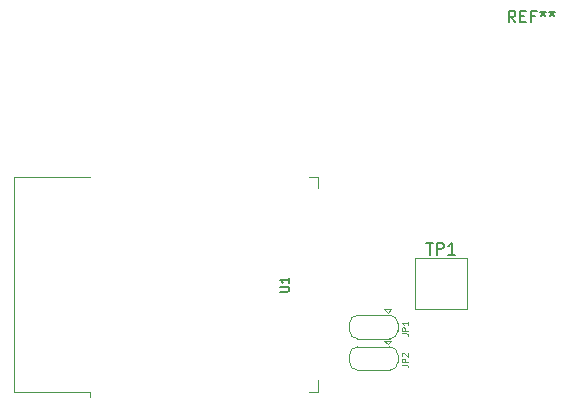
<source format=gbr>
%TF.GenerationSoftware,KiCad,Pcbnew,(6.0.0)*%
%TF.CreationDate,2022-03-11T17:00:34+01:00*%
%TF.ProjectId,CompactMotor,436f6d70-6163-4744-9d6f-746f722e6b69,rev?*%
%TF.SameCoordinates,Original*%
%TF.FileFunction,Legend,Top*%
%TF.FilePolarity,Positive*%
%FSLAX46Y46*%
G04 Gerber Fmt 4.6, Leading zero omitted, Abs format (unit mm)*
G04 Created by KiCad (PCBNEW (6.0.0)) date 2022-03-11 17:00:34*
%MOMM*%
%LPD*%
G01*
G04 APERTURE LIST*
%ADD10C,0.150000*%
%ADD11C,0.125000*%
%ADD12C,0.120000*%
G04 APERTURE END LIST*
D10*
%TO.C,*%
%TO.C, *%
D11*
%TO.C,JP2*%
X19538190Y-27467666D02*
X19895333Y-27467666D01*
X19966761Y-27491476D01*
X20014380Y-27539095D01*
X20038190Y-27610523D01*
X20038190Y-27658142D01*
X20038190Y-27229571D02*
X19538190Y-27229571D01*
X19538190Y-27039095D01*
X19562000Y-26991476D01*
X19585809Y-26967666D01*
X19633428Y-26943857D01*
X19704857Y-26943857D01*
X19752476Y-26967666D01*
X19776285Y-26991476D01*
X19800095Y-27039095D01*
X19800095Y-27229571D01*
X19585809Y-26753380D02*
X19562000Y-26729571D01*
X19538190Y-26681952D01*
X19538190Y-26562904D01*
X19562000Y-26515285D01*
X19585809Y-26491476D01*
X19633428Y-26467666D01*
X19681047Y-26467666D01*
X19752476Y-26491476D01*
X20038190Y-26777190D01*
X20038190Y-26467666D01*
D10*
%TO.C, *%
%TO.C,*%
%TO.C,  *%
%TO.C,*%
%TO.C,TP1*%
X21598095Y-17128380D02*
X22169523Y-17128380D01*
X21883809Y-18128380D02*
X21883809Y-17128380D01*
X22502857Y-18128380D02*
X22502857Y-17128380D01*
X22883809Y-17128380D01*
X22979047Y-17176000D01*
X23026666Y-17223619D01*
X23074285Y-17318857D01*
X23074285Y-17461714D01*
X23026666Y-17556952D01*
X22979047Y-17604571D01*
X22883809Y-17652190D01*
X22502857Y-17652190D01*
X24026666Y-18128380D02*
X23455238Y-18128380D01*
X23740952Y-18128380D02*
X23740952Y-17128380D01*
X23645714Y-17271238D01*
X23550476Y-17366476D01*
X23455238Y-17414095D01*
%TO.C, *%
%TO.C,*%
%TO.C,REF\u002A\u002A*%
X29146666Y1523619D02*
X28813333Y1999809D01*
X28575238Y1523619D02*
X28575238Y2523619D01*
X28956190Y2523619D01*
X29051428Y2476000D01*
X29099047Y2428380D01*
X29146666Y2333142D01*
X29146666Y2190285D01*
X29099047Y2095047D01*
X29051428Y2047428D01*
X28956190Y1999809D01*
X28575238Y1999809D01*
X29575238Y2047428D02*
X29908571Y2047428D01*
X30051428Y1523619D02*
X29575238Y1523619D01*
X29575238Y2523619D01*
X30051428Y2523619D01*
X30813333Y2047428D02*
X30480000Y2047428D01*
X30480000Y1523619D02*
X30480000Y2523619D01*
X30956190Y2523619D01*
X31480000Y2523619D02*
X31480000Y2285523D01*
X31241904Y2380761D02*
X31480000Y2285523D01*
X31718095Y2380761D01*
X31337142Y2095047D02*
X31480000Y2285523D01*
X31622857Y2095047D01*
X32241904Y2523619D02*
X32241904Y2285523D01*
X32003809Y2380761D02*
X32241904Y2285523D01*
X32480000Y2380761D01*
X32099047Y2095047D02*
X32241904Y2285523D01*
X32384761Y2095047D01*
%TO.C,U1*%
X9241285Y-21272428D02*
X9848428Y-21272428D01*
X9919857Y-21236714D01*
X9955571Y-21201000D01*
X9991285Y-21129571D01*
X9991285Y-20986714D01*
X9955571Y-20915285D01*
X9919857Y-20879571D01*
X9848428Y-20843857D01*
X9241285Y-20843857D01*
X9991285Y-20093857D02*
X9991285Y-20522428D01*
X9991285Y-20308142D02*
X9241285Y-20308142D01*
X9348428Y-20379571D01*
X9419857Y-20451000D01*
X9455571Y-20522428D01*
D11*
%TO.C,JP1*%
X19538190Y-24800666D02*
X19895333Y-24800666D01*
X19966761Y-24824476D01*
X20014380Y-24872095D01*
X20038190Y-24943523D01*
X20038190Y-24991142D01*
X20038190Y-24562571D02*
X19538190Y-24562571D01*
X19538190Y-24372095D01*
X19562000Y-24324476D01*
X19585809Y-24300666D01*
X19633428Y-24276857D01*
X19704857Y-24276857D01*
X19752476Y-24300666D01*
X19776285Y-24324476D01*
X19800095Y-24372095D01*
X19800095Y-24562571D01*
X20038190Y-23800666D02*
X20038190Y-24086380D01*
X20038190Y-23943523D02*
X19538190Y-23943523D01*
X19609619Y-23991142D01*
X19657238Y-24038761D01*
X19681047Y-24086380D01*
D10*
%TO.C,*%
D12*
%TO.C,JP2*%
X19195000Y-26624000D02*
X19195000Y-27224000D01*
X18345000Y-25724000D02*
X18045000Y-25424000D01*
X15745000Y-25924000D02*
X18545000Y-25924000D01*
X18345000Y-25724000D02*
X18645000Y-25424000D01*
X18645000Y-25424000D02*
X18045000Y-25424000D01*
X15095000Y-27224000D02*
X15095000Y-26624000D01*
X18545000Y-27924000D02*
X15745000Y-27924000D01*
X15795000Y-25924000D02*
G75*
G03*
X15095000Y-26624000I-1J-699999D01*
G01*
X19195000Y-26624000D02*
G75*
G03*
X18495000Y-25924000I-699999J1D01*
G01*
X18495000Y-27924000D02*
G75*
G03*
X19195000Y-27224000I1J699999D01*
G01*
X15095000Y-27224000D02*
G75*
G03*
X15795000Y-27924000I699999J-1D01*
G01*
%TO.C,TP1*%
X25060000Y-18374000D02*
X25060000Y-22774000D01*
X20660000Y-22774000D02*
X20660000Y-18374000D01*
X20660000Y-18374000D02*
X25060000Y-18374000D01*
X25060000Y-22774000D02*
X20660000Y-22774000D01*
%TO.C,U1*%
X-13282000Y-29770000D02*
X-13282000Y-11530000D01*
X-13282000Y-11530000D02*
X-6862000Y-11530000D01*
X11683000Y-11530000D02*
X12463000Y-11530000D01*
X12463000Y-11530000D02*
X12463000Y-12530000D01*
X12463000Y-29770000D02*
X12463000Y-28770000D01*
X-6862000Y-29770000D02*
X-6862000Y-30150000D01*
X-13282000Y-29770000D02*
X-6862000Y-29770000D01*
X11683000Y-29770000D02*
X12463000Y-29770000D01*
%TO.C,JP1*%
X15745000Y-23257000D02*
X18545000Y-23257000D01*
X18345000Y-23057000D02*
X18645000Y-22757000D01*
X15095000Y-24557000D02*
X15095000Y-23957000D01*
X18545000Y-25257000D02*
X15745000Y-25257000D01*
X18345000Y-23057000D02*
X18045000Y-22757000D01*
X19195000Y-23957000D02*
X19195000Y-24557000D01*
X18645000Y-22757000D02*
X18045000Y-22757000D01*
X15795000Y-23257000D02*
G75*
G03*
X15095000Y-23957000I-1J-699999D01*
G01*
X15095000Y-24557000D02*
G75*
G03*
X15795000Y-25257000I699999J-1D01*
G01*
X18495000Y-25257000D02*
G75*
G03*
X19195000Y-24557000I1J699999D01*
G01*
X19195000Y-23957000D02*
G75*
G03*
X18495000Y-23257000I-699999J1D01*
G01*
%TD*%
M02*

</source>
